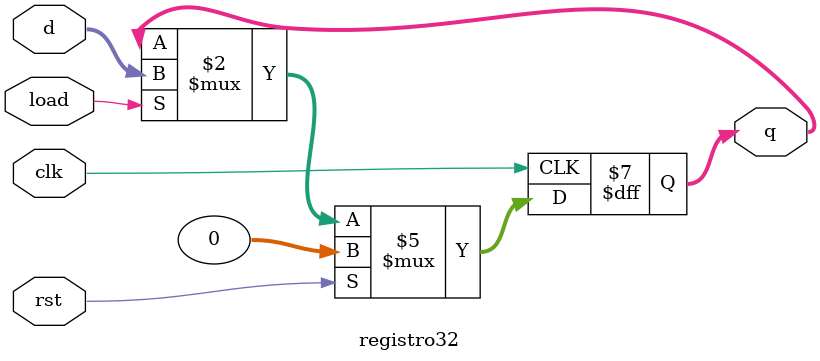
<source format=v>
module registro32 (
    output reg [31:0] q,
    input  [31:0] d,
    input  clk,
    input  rst,
    input  load
);

    always @(posedge clk) begin
        if (rst)       q <= 0;
        else if (load) q <= d;
    end
endmodule

</source>
